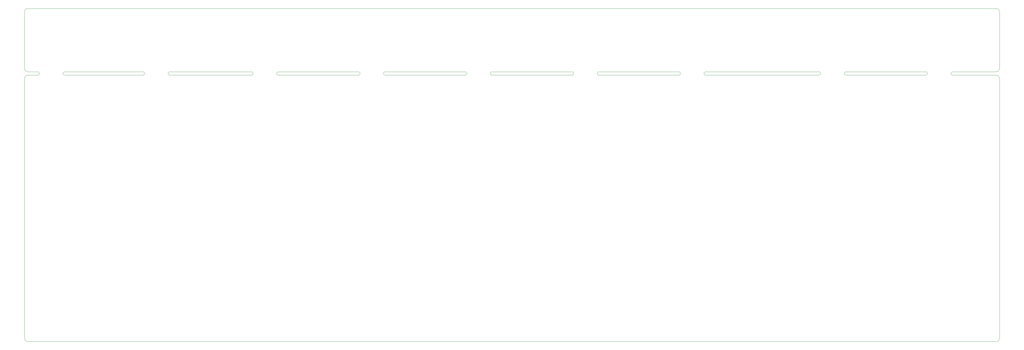
<source format=gm1>
G04 #@! TF.GenerationSoftware,KiCad,Pcbnew,7.0.10*
G04 #@! TF.CreationDate,2024-03-13T13:30:19+01:00*
G04 #@! TF.ProjectId,bb-pcb-v1,62622d70-6362-42d7-9631-2e6b69636164,rev?*
G04 #@! TF.SameCoordinates,Original*
G04 #@! TF.FileFunction,Profile,NP*
%FSLAX46Y46*%
G04 Gerber Fmt 4.6, Leading zero omitted, Abs format (unit mm)*
G04 Created by KiCad (PCBNEW 7.0.10) date 2024-03-13 13:30:19*
%MOMM*%
%LPD*%
G01*
G04 APERTURE LIST*
G04 #@! TA.AperFunction,Profile*
%ADD10C,0.100000*%
G04 #@! TD*
G04 APERTURE END LIST*
D10*
X366712460Y-44053106D02*
X366712500Y-136921875D01*
X261937372Y-41671854D02*
X302418656Y-41671854D01*
X223837340Y-41671854D02*
X252412364Y-41671854D01*
X19049647Y-40481228D02*
G75*
G03*
X20240293Y-41671853I1190653J28D01*
G01*
X147637276Y-41671941D02*
G75*
G03*
X147637276Y-42862459I24J-595259D01*
G01*
X252412364Y-42862525D02*
G75*
G03*
X252412364Y-41671875I36J595325D01*
G01*
X366712419Y-44053106D02*
G75*
G03*
X365521835Y-42862481I-1190619J6D01*
G01*
X350043696Y-41671854D02*
X365521834Y-41671854D01*
X109537244Y-42862480D02*
X138112268Y-42862480D01*
X20240625Y-19050000D02*
X365521875Y-19050000D01*
X147637276Y-41671875D02*
X176212300Y-41671854D01*
X138112268Y-42862346D02*
G75*
G03*
X138112268Y-41671854I32J595246D01*
G01*
X311943664Y-42862459D02*
X340518688Y-42862480D01*
X33337201Y-41671854D02*
X61316891Y-41671854D01*
X20240294Y-42862469D02*
G75*
G03*
X19049669Y-44053105I6J-1190631D01*
G01*
X185737308Y-42862480D02*
X214312332Y-42862501D01*
X19050000Y-136921875D02*
G75*
G03*
X20240625Y-138112500I1190600J-25D01*
G01*
X23812172Y-42862446D02*
G75*
G03*
X23812172Y-41671854I-2J595296D01*
G01*
X311943664Y-41671941D02*
G75*
G03*
X311943664Y-42862459I36J-595259D01*
G01*
X350043696Y-41671941D02*
G75*
G03*
X350043696Y-42862459I4J-595259D01*
G01*
X311943664Y-41671854D02*
X340518688Y-41671854D01*
X70841899Y-42862480D02*
X100012236Y-42862480D01*
X109537244Y-41671941D02*
G75*
G03*
X109537244Y-42862459I-44J-595259D01*
G01*
X366712500Y-20240625D02*
G75*
G03*
X365521875Y-19050000I-1190600J25D01*
G01*
X176212300Y-42862346D02*
G75*
G03*
X176212300Y-41671854I0J595246D01*
G01*
X70841899Y-41671875D02*
X100012236Y-41671854D01*
X261937372Y-42862480D02*
X302418656Y-42862438D01*
X261937372Y-41671941D02*
G75*
G03*
X261937372Y-42862459I28J-595259D01*
G01*
X70841878Y-41671920D02*
G75*
G03*
X70841878Y-42862480I22J-595280D01*
G01*
X185737308Y-41671875D02*
X214312332Y-41671875D01*
X20240294Y-42862480D02*
X23812172Y-42862438D01*
X223837340Y-42862480D02*
X252412364Y-42862480D01*
X100012236Y-42862346D02*
G75*
G03*
X100012236Y-41671854I-36J595246D01*
G01*
X340518688Y-42862346D02*
G75*
G03*
X340518688Y-41671854I12J595246D01*
G01*
X223837340Y-41671762D02*
G75*
G03*
X223837340Y-42862438I-40J-595338D01*
G01*
X366712500Y-20240625D02*
X366712459Y-40481229D01*
X214312332Y-42862525D02*
G75*
G03*
X214312332Y-41671875I-32J595325D01*
G01*
X20240625Y-19050000D02*
G75*
G03*
X19050000Y-20240625I5J-1190630D01*
G01*
X20240293Y-41671853D02*
X23812172Y-41671854D01*
X109537244Y-41671875D02*
X138112268Y-41671854D01*
X147637276Y-42862459D02*
X176212300Y-42862480D01*
X19049669Y-44053105D02*
X19050000Y-136921875D01*
X61316891Y-42862546D02*
G75*
G03*
X61316891Y-41671854I9J595346D01*
G01*
X365521834Y-41671859D02*
G75*
G03*
X366712459Y-40481229I-34J1190659D01*
G01*
X33337180Y-42862480D02*
X61316891Y-42862480D01*
X365521875Y-138112500D02*
X20240625Y-138112500D01*
X185737308Y-41671941D02*
G75*
G03*
X185737308Y-42862459I-8J-595259D01*
G01*
X365521875Y-138112500D02*
G75*
G03*
X366712500Y-136921875I25J1190600D01*
G01*
X350043696Y-42862459D02*
X365521835Y-42862481D01*
X19050000Y-20240625D02*
X19049668Y-40481228D01*
X33337201Y-41671920D02*
G75*
G03*
X33337180Y-42862480I-1J-595280D01*
G01*
X302418677Y-42862346D02*
G75*
G03*
X302418677Y-41671854I23J595246D01*
G01*
M02*

</source>
